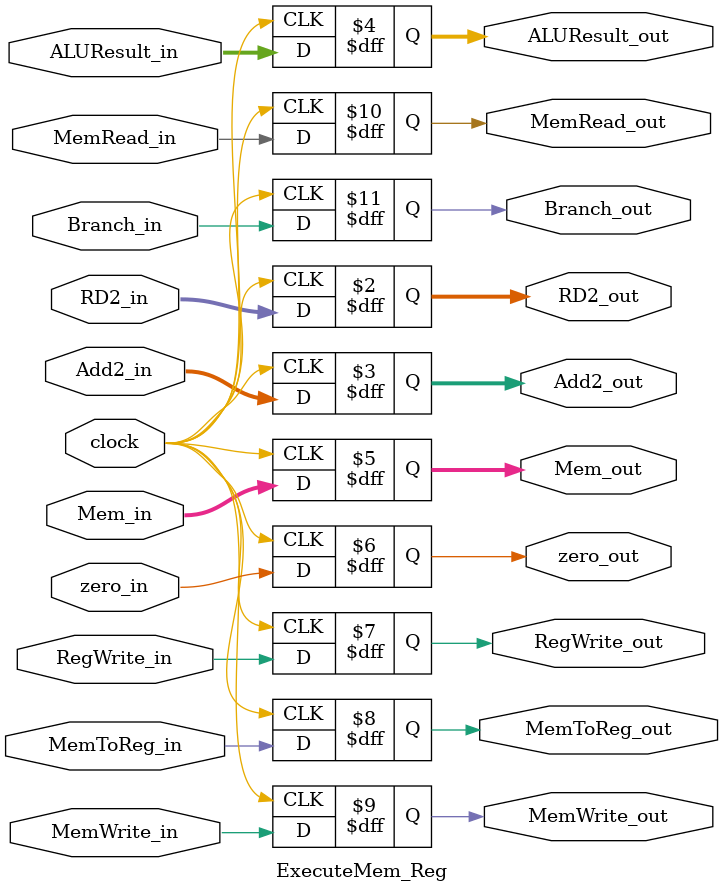
<source format=v>
`timescale 1ns / 1ps


module ExecuteMem_Reg(
    input wire clock,
    input wire [31:0] RD2_in, Add2_in, ALUResult_in, Mem_in,
    input wire zero_in, RegWrite_in, MemToReg_in, MemWrite_in, MemRead_in, Branch_in,
    
    output reg [31:0] RD2_out, Add2_out, ALUResult_out, Mem_out,
    output reg zero_out, RegWrite_out, MemToReg_out, MemWrite_out, MemRead_out, Branch_out
    );
    
    always@(posedge clock) begin
        Add2_out = Add2_in;
        
        zero_out = zero_in;
        ALUResult_out = ALUResult_in;
        RD2_out = RD2_in;
      
        Mem_out = Mem_in;
        
        RegWrite_out = RegWrite_in;
        MemToReg_out =  MemToReg_in;
        MemWrite_out = MemWrite_in;
        MemRead_out = MemRead_in;
        Branch_out = Branch_in;
    end
endmodule

</source>
